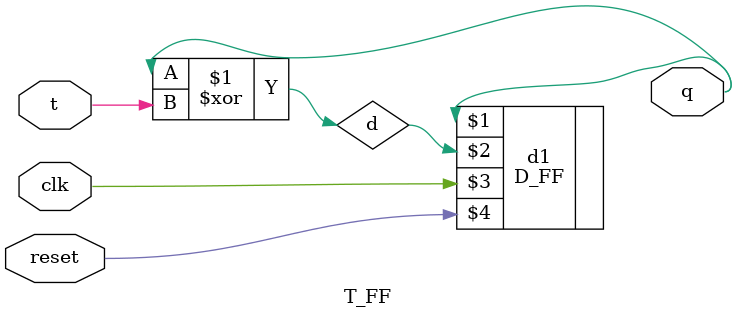
<source format=v>
module T_FF(q, t, clk, reset);
	output q;
	input t,clk, reset;
	wire d;
	xor x1(d, q, t);
	D_FF d1(q, d, clk, reset);
endmodule
	

</source>
